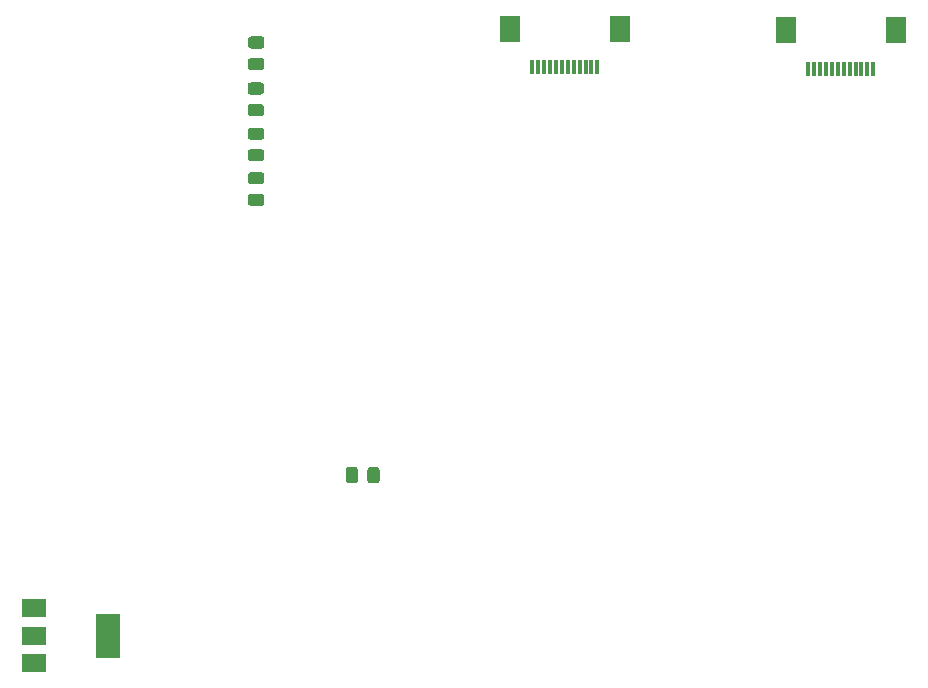
<source format=gbr>
%TF.GenerationSoftware,KiCad,Pcbnew,(7.0.0)*%
%TF.CreationDate,2023-05-19T14:17:50+07:00*%
%TF.ProjectId,wonder-reader-mk2-v2,776f6e64-6572-42d7-9265-616465722d6d,rev?*%
%TF.SameCoordinates,Original*%
%TF.FileFunction,Paste,Top*%
%TF.FilePolarity,Positive*%
%FSLAX46Y46*%
G04 Gerber Fmt 4.6, Leading zero omitted, Abs format (unit mm)*
G04 Created by KiCad (PCBNEW (7.0.0)) date 2023-05-19 14:17:50*
%MOMM*%
%LPD*%
G01*
G04 APERTURE LIST*
%ADD10R,2.000000X1.500000*%
%ADD11R,2.000000X3.800000*%
%ADD12R,0.300000X1.300000*%
%ADD13R,1.800000X2.200000*%
G04 APERTURE END LIST*
%TO.C,R1*%
G36*
G01*
X134726743Y-109728175D02*
X134726743Y-108828175D01*
G75*
G02*
X134976743Y-108578175I250000J0D01*
G01*
X135501743Y-108578175D01*
G75*
G02*
X135751743Y-108828175I0J-250000D01*
G01*
X135751743Y-109728175D01*
G75*
G02*
X135501743Y-109978175I-250000J0D01*
G01*
X134976743Y-109978175D01*
G75*
G02*
X134726743Y-109728175I0J250000D01*
G01*
G37*
G36*
G01*
X136551743Y-109728175D02*
X136551743Y-108828175D01*
G75*
G02*
X136801743Y-108578175I250000J0D01*
G01*
X137326743Y-108578175D01*
G75*
G02*
X137576743Y-108828175I0J-250000D01*
G01*
X137576743Y-109728175D01*
G75*
G02*
X137326743Y-109978175I-250000J0D01*
G01*
X136801743Y-109978175D01*
G75*
G02*
X136551743Y-109728175I0J250000D01*
G01*
G37*
%TD*%
D10*
%TO.C,U3*%
X108314890Y-120562520D03*
X108314890Y-122862520D03*
D11*
X114614890Y-122862520D03*
D10*
X108314890Y-125162520D03*
%TD*%
D12*
%TO.C,J12*%
X179381216Y-74872391D03*
X178881216Y-74872391D03*
X178381216Y-74872391D03*
X177881216Y-74872391D03*
X177381216Y-74872391D03*
X176881216Y-74872391D03*
X176381216Y-74872391D03*
X175881216Y-74872391D03*
X175381216Y-74872391D03*
X174881216Y-74872391D03*
X174381216Y-74872391D03*
X173881216Y-74872391D03*
D13*
X181281216Y-71622391D03*
X171981216Y-71622391D03*
%TD*%
D12*
%TO.C,J8*%
X156022651Y-74764154D03*
X155522651Y-74764154D03*
X155022651Y-74764154D03*
X154522651Y-74764154D03*
X154022651Y-74764154D03*
X153522651Y-74764154D03*
X153022651Y-74764154D03*
X152522651Y-74764154D03*
X152022651Y-74764154D03*
X151522651Y-74764154D03*
X151022651Y-74764154D03*
X150522651Y-74764154D03*
D13*
X157922651Y-71514154D03*
X148622651Y-71514154D03*
%TD*%
%TO.C,R3*%
G36*
G01*
X127579854Y-74986004D02*
X126679854Y-74986004D01*
G75*
G02*
X126429854Y-74736004I0J250000D01*
G01*
X126429854Y-74211004D01*
G75*
G02*
X126679854Y-73961004I250000J0D01*
G01*
X127579854Y-73961004D01*
G75*
G02*
X127829854Y-74211004I0J-250000D01*
G01*
X127829854Y-74736004D01*
G75*
G02*
X127579854Y-74986004I-250000J0D01*
G01*
G37*
G36*
G01*
X127579854Y-73161004D02*
X126679854Y-73161004D01*
G75*
G02*
X126429854Y-72911004I0J250000D01*
G01*
X126429854Y-72386004D01*
G75*
G02*
X126679854Y-72136004I250000J0D01*
G01*
X127579854Y-72136004D01*
G75*
G02*
X127829854Y-72386004I0J-250000D01*
G01*
X127829854Y-72911004D01*
G75*
G02*
X127579854Y-73161004I-250000J0D01*
G01*
G37*
%TD*%
%TO.C,R4*%
G36*
G01*
X127571053Y-82705000D02*
X126671053Y-82705000D01*
G75*
G02*
X126421053Y-82455000I0J250000D01*
G01*
X126421053Y-81930000D01*
G75*
G02*
X126671053Y-81680000I250000J0D01*
G01*
X127571053Y-81680000D01*
G75*
G02*
X127821053Y-81930000I0J-250000D01*
G01*
X127821053Y-82455000D01*
G75*
G02*
X127571053Y-82705000I-250000J0D01*
G01*
G37*
G36*
G01*
X127571053Y-80880000D02*
X126671053Y-80880000D01*
G75*
G02*
X126421053Y-80630000I0J250000D01*
G01*
X126421053Y-80105000D01*
G75*
G02*
X126671053Y-79855000I250000J0D01*
G01*
X127571053Y-79855000D01*
G75*
G02*
X127821053Y-80105000I0J-250000D01*
G01*
X127821053Y-80630000D01*
G75*
G02*
X127571053Y-80880000I-250000J0D01*
G01*
G37*
%TD*%
%TO.C,R5*%
G36*
G01*
X127571053Y-86488938D02*
X126671053Y-86488938D01*
G75*
G02*
X126421053Y-86238938I0J250000D01*
G01*
X126421053Y-85713938D01*
G75*
G02*
X126671053Y-85463938I250000J0D01*
G01*
X127571053Y-85463938D01*
G75*
G02*
X127821053Y-85713938I0J-250000D01*
G01*
X127821053Y-86238938D01*
G75*
G02*
X127571053Y-86488938I-250000J0D01*
G01*
G37*
G36*
G01*
X127571053Y-84663938D02*
X126671053Y-84663938D01*
G75*
G02*
X126421053Y-84413938I0J250000D01*
G01*
X126421053Y-83888938D01*
G75*
G02*
X126671053Y-83638938I250000J0D01*
G01*
X127571053Y-83638938D01*
G75*
G02*
X127821053Y-83888938I0J-250000D01*
G01*
X127821053Y-84413938D01*
G75*
G02*
X127571053Y-84663938I-250000J0D01*
G01*
G37*
%TD*%
%TO.C,R2*%
G36*
G01*
X127554034Y-78884819D02*
X126654034Y-78884819D01*
G75*
G02*
X126404034Y-78634819I0J250000D01*
G01*
X126404034Y-78109819D01*
G75*
G02*
X126654034Y-77859819I250000J0D01*
G01*
X127554034Y-77859819D01*
G75*
G02*
X127804034Y-78109819I0J-250000D01*
G01*
X127804034Y-78634819D01*
G75*
G02*
X127554034Y-78884819I-250000J0D01*
G01*
G37*
G36*
G01*
X127554034Y-77059819D02*
X126654034Y-77059819D01*
G75*
G02*
X126404034Y-76809819I0J250000D01*
G01*
X126404034Y-76284819D01*
G75*
G02*
X126654034Y-76034819I250000J0D01*
G01*
X127554034Y-76034819D01*
G75*
G02*
X127804034Y-76284819I0J-250000D01*
G01*
X127804034Y-76809819D01*
G75*
G02*
X127554034Y-77059819I-250000J0D01*
G01*
G37*
%TD*%
M02*

</source>
